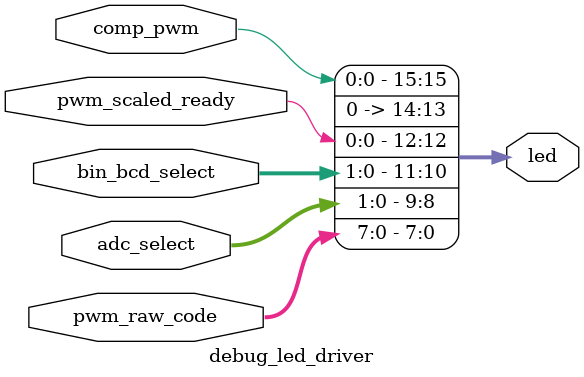
<source format=sv>

module debug_led_driver (
    input  logic [1:0]  adc_select,
    input  logic [1:0]  bin_bcd_select,
    input  logic [7:0]  pwm_raw_code,
    input  logic        pwm_scaled_ready,
    input  logic        comp_pwm,       
    output logic [15:0] led
);
    always_comb begin
        led           = 16'd0;
        led[7:0]      = pwm_raw_code;
        led[9:8]      = adc_select;
        led[11:10]    = bin_bcd_select;
        led[12]       = pwm_scaled_ready;
        led[15]       = comp_pwm;       //show raw comparator on LED15
    end
endmodule

</source>
